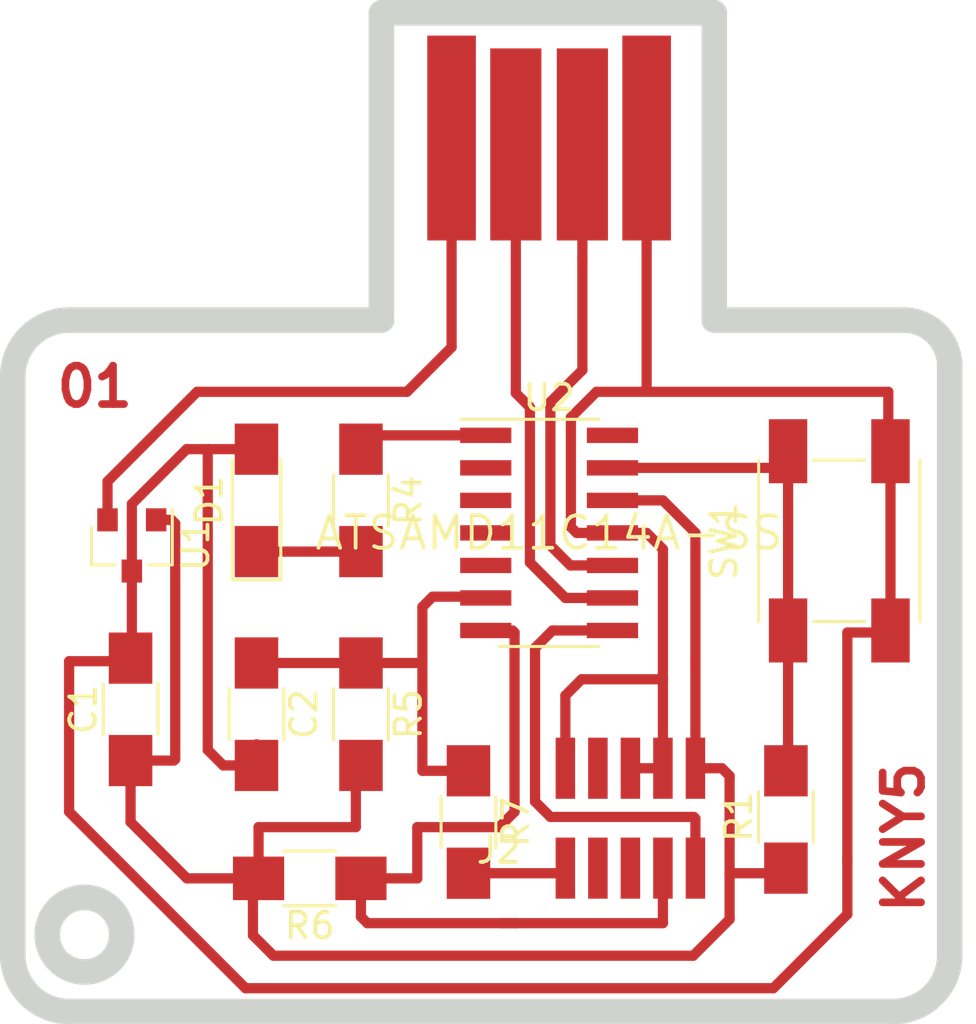
<source format=kicad_pcb>
(kicad_pcb (version 20171130) (host pcbnew 5.1.9-1.fc33)

  (general
    (thickness 1.6)
    (drawings 15)
    (tracks 141)
    (zones 0)
    (modules 13)
    (nets 21)
  )

  (page A4)
  (layers
    (0 F.Cu signal)
    (31 B.Cu signal)
    (32 B.Adhes user)
    (33 F.Adhes user)
    (34 B.Paste user)
    (35 F.Paste user)
    (36 B.SilkS user)
    (37 F.SilkS user)
    (38 B.Mask user)
    (39 F.Mask user)
    (40 Dwgs.User user)
    (41 Cmts.User user)
    (42 Eco1.User user)
    (43 Eco2.User user)
    (44 Edge.Cuts user)
    (45 Margin user)
    (46 B.CrtYd user)
    (47 F.CrtYd user)
    (48 B.Fab user)
    (49 F.Fab user)
  )

  (setup
    (last_trace_width 1)
    (user_trace_width 0.2)
    (user_trace_width 1)
    (trace_clearance 0.2)
    (zone_clearance 0.508)
    (zone_45_only no)
    (trace_min 0.2)
    (via_size 0.8)
    (via_drill 0.4)
    (via_min_size 0.4)
    (via_min_drill 0.3)
    (uvia_size 0.3)
    (uvia_drill 0.1)
    (uvias_allowed no)
    (uvia_min_size 0.2)
    (uvia_min_drill 0.1)
    (edge_width 0.05)
    (segment_width 0.2)
    (pcb_text_width 0.3)
    (pcb_text_size 1.5 1.5)
    (mod_edge_width 0.12)
    (mod_text_size 1 1)
    (mod_text_width 0.15)
    (pad_size 2 1.7)
    (pad_drill 0)
    (pad_to_mask_clearance 0)
    (aux_axis_origin 0 0)
    (visible_elements FFFFFF7F)
    (pcbplotparams
      (layerselection 0x010fc_ffffffff)
      (usegerberextensions false)
      (usegerberattributes true)
      (usegerberadvancedattributes true)
      (creategerberjobfile true)
      (excludeedgelayer true)
      (linewidth 0.100000)
      (plotframeref false)
      (viasonmask false)
      (mode 1)
      (useauxorigin false)
      (hpglpennumber 1)
      (hpglpenspeed 20)
      (hpglpendiameter 15.000000)
      (psnegative false)
      (psa4output false)
      (plotreference true)
      (plotvalue true)
      (plotinvisibletext false)
      (padsonsilk false)
      (subtractmaskfromsilk false)
      (outputformat 1)
      (mirror false)
      (drillshape 1)
      (scaleselection 1)
      (outputdirectory ""))
  )

  (net 0 "")
  (net 1 GND)
  (net 2 V3.3)
  (net 3 RESET)
  (net 4 VCC)
  (net 5 "Net-(D1-Pad1)")
  (net 6 D-)
  (net 7 D+)
  (net 8 "Net-(J2-Pad8)")
  (net 9 "Net-(J2-Pad7)")
  (net 10 "Net-(J2-Pad6)")
  (net 11 CLK)
  (net 12 DIO)
  (net 13 "Net-(R1-Pad2)")
  (net 14 "Net-(R4-Pad1)")
  (net 15 "Net-(U2-Pad2)")
  (net 16 "Net-(U2-Pad3)")
  (net 17 "Net-(U2-Pad4)")
  (net 18 "Net-(U2-Pad5)")
  (net 19 "Net-(U2-Pad14)")
  (net 20 "Net-(J2-Pad10)")

  (net_class Default "This is the default net class."
    (clearance 0.2)
    (trace_width 0.4)
    (via_dia 0.8)
    (via_drill 0.4)
    (uvia_dia 0.3)
    (uvia_drill 0.1)
    (add_net CLK)
    (add_net D+)
    (add_net D-)
    (add_net DIO)
    (add_net GND)
    (add_net "Net-(D1-Pad1)")
    (add_net "Net-(J2-Pad10)")
    (add_net "Net-(J2-Pad6)")
    (add_net "Net-(J2-Pad7)")
    (add_net "Net-(J2-Pad8)")
    (add_net "Net-(R1-Pad2)")
    (add_net "Net-(R4-Pad1)")
    (add_net "Net-(U2-Pad14)")
    (add_net "Net-(U2-Pad2)")
    (add_net "Net-(U2-Pad3)")
    (add_net "Net-(U2-Pad4)")
    (add_net "Net-(U2-Pad5)")
    (add_net RESET)
    (add_net V3.3)
    (add_net VCC)
  )

  (module fabacademy2021:R_1206 (layer F.Cu) (tedit 6042B950) (tstamp 60435081)
    (at 168 154.6 90)
    (descr "Resistor SMD 1206, hand soldering")
    (tags "resistor 1206")
    (path /604C8DB9)
    (attr smd)
    (fp_text reference R1 (at 0 -1.85 90) (layer F.SilkS)
      (effects (font (size 1 1) (thickness 0.15)))
    )
    (fp_text value "100 Ohms" (at 0 1.9 90) (layer F.Fab)
      (effects (font (size 1 1) (thickness 0.15)))
    )
    (fp_line (start 3.25 1.1) (end -3.25 1.1) (layer F.CrtYd) (width 0.05))
    (fp_line (start 3.25 1.1) (end 3.25 -1.11) (layer F.CrtYd) (width 0.05))
    (fp_line (start -3.25 -1.11) (end -3.25 1.1) (layer F.CrtYd) (width 0.05))
    (fp_line (start -3.25 -1.11) (end 3.25 -1.11) (layer F.CrtYd) (width 0.05))
    (fp_line (start -1 -1.07) (end 1 -1.07) (layer F.SilkS) (width 0.12))
    (fp_line (start 1 1.07) (end -1 1.07) (layer F.SilkS) (width 0.12))
    (fp_line (start -1.6 -0.8) (end 1.6 -0.8) (layer F.Fab) (width 0.1))
    (fp_line (start 1.6 -0.8) (end 1.6 0.8) (layer F.Fab) (width 0.1))
    (fp_line (start 1.6 0.8) (end -1.6 0.8) (layer F.Fab) (width 0.1))
    (fp_line (start -1.6 0.8) (end -1.6 -0.8) (layer F.Fab) (width 0.1))
    (fp_text user %R (at 0 0 90) (layer F.Fab)
      (effects (font (size 0.7 0.7) (thickness 0.105)))
    )
    (pad 1 smd rect (at -2 0 90) (size 2 1.7) (layers F.Cu F.Paste F.Mask)
      (net 2 V3.3))
    (pad 2 smd rect (at 1.8 0 90) (size 2 1.7) (layers F.Cu F.Paste F.Mask)
      (net 13 "Net-(R1-Pad2)"))
    (model ${FAB}/fab.3dshapes/R_1206.step
      (at (xyz 0 0 0))
      (scale (xyz 1 1 1))
      (rotate (xyz 0 0 0))
    )
  )

  (module fabacademy2021:SOT-23 (layer F.Cu) (tedit 58CE4E7E) (tstamp 604350DF)
    (at 142.45 144 270)
    (descr "SOT-23, Standard")
    (tags SOT-23)
    (path /60435613)
    (attr smd)
    (fp_text reference U1 (at 0 -2.5 90) (layer F.SilkS)
      (effects (font (size 1 1) (thickness 0.15)))
    )
    (fp_text value Regulator_Linear_LM3480-3.3V-100mA (at 0 2.5 90) (layer F.Fab)
      (effects (font (size 1 1) (thickness 0.15)))
    )
    (fp_line (start -0.7 -0.95) (end -0.7 1.5) (layer F.Fab) (width 0.1))
    (fp_line (start -0.15 -1.52) (end 0.7 -1.52) (layer F.Fab) (width 0.1))
    (fp_line (start -0.7 -0.95) (end -0.15 -1.52) (layer F.Fab) (width 0.1))
    (fp_line (start 0.7 -1.52) (end 0.7 1.52) (layer F.Fab) (width 0.1))
    (fp_line (start -0.7 1.52) (end 0.7 1.52) (layer F.Fab) (width 0.1))
    (fp_line (start 0.76 1.58) (end 0.76 0.65) (layer F.SilkS) (width 0.12))
    (fp_line (start 0.76 -1.58) (end 0.76 -0.65) (layer F.SilkS) (width 0.12))
    (fp_line (start -1.7 -1.75) (end 1.7 -1.75) (layer F.CrtYd) (width 0.05))
    (fp_line (start 1.7 -1.75) (end 1.7 1.75) (layer F.CrtYd) (width 0.05))
    (fp_line (start 1.7 1.75) (end -1.7 1.75) (layer F.CrtYd) (width 0.05))
    (fp_line (start -1.7 1.75) (end -1.7 -1.75) (layer F.CrtYd) (width 0.05))
    (fp_line (start 0.76 -1.58) (end -1.4 -1.58) (layer F.SilkS) (width 0.12))
    (fp_line (start 0.76 1.58) (end -0.7 1.58) (layer F.SilkS) (width 0.12))
    (fp_text user %R (at 0 0) (layer F.Fab)
      (effects (font (size 0.5 0.5) (thickness 0.075)))
    )
    (pad 3 smd rect (at 1 0 270) (size 0.9 0.8) (layers F.Cu F.Paste F.Mask)
      (net 1 GND))
    (pad 2 smd rect (at -1 0.95 270) (size 0.9 0.8) (layers F.Cu F.Paste F.Mask)
      (net 4 VCC))
    (pad 1 smd rect (at -1 -0.95 270) (size 0.9 0.8) (layers F.Cu F.Paste F.Mask)
      (net 2 V3.3))
    (model ${KISYS3DMOD}/TO_SOT_Packages_SMD.3dshapes/SOT-23.wrl
      (at (xyz 0 0 0))
      (scale (xyz 1 1 1))
      (rotate (xyz 0 0 0))
    )
  )

  (module antonio_lib:fab-USB_A_male_plug (layer F.Cu) (tedit 60428057) (tstamp 60435062)
    (at 158.75 123.19 180)
    (path /6043CF71)
    (attr virtual)
    (fp_text reference J1 (at 0.13 -7.85) (layer F.SilkS) hide
      (effects (font (size 1.5 1.5) (thickness 0.15)))
    )
    (fp_text value USB_A_PLUG (at 0.29 -10.13) (layer F.SilkS) hide
      (effects (font (size 1.5 1.5) (thickness 0.15)))
    )
    (fp_line (start 6.03 0) (end 6.03 -12) (layer Dwgs.User) (width 0.15))
    (fp_line (start 6.03 0) (end -6.03 0) (layer Dwgs.User) (width 0.15))
    (fp_line (start -6.03 0) (end -6.03 -12) (layer Dwgs.User) (width 0.15))
    (pad 1 connect rect (at 3.81 -4.9 180) (size 1.9 8) (layers F.Cu F.Mask)
      (net 4 VCC))
    (pad 4 connect rect (at -3.81 -4.9 180) (size 1.9 8) (layers F.Cu F.Mask)
      (net 1 GND))
    (pad 3 connect rect (at -1.3 -5.15 180) (size 2 7.5) (layers F.Cu F.Mask)
      (net 7 D+))
    (pad 2 connect rect (at 1.3 -5.15 180) (size 2 7.5) (layers F.Cu F.Mask)
      (net 6 D-))
  )

  (module fabacademy2021:C_1206 (layer F.Cu) (tedit 6002C54C) (tstamp 60435031)
    (at 142.4 150.4 90)
    (descr "Capacitor SMD 1206, hand soldering")
    (tags "capacitor 1206")
    (path /6047DEC7)
    (attr smd)
    (fp_text reference C1 (at 0 -1.85 90) (layer F.SilkS)
      (effects (font (size 1 1) (thickness 0.15)))
    )
    (fp_text value 1uF (at 0 1.9 90) (layer F.Fab)
      (effects (font (size 1 1) (thickness 0.15)))
    )
    (fp_line (start -1.6 0.8) (end -1.6 -0.8) (layer F.Fab) (width 0.1))
    (fp_line (start 1.6 0.8) (end -1.6 0.8) (layer F.Fab) (width 0.1))
    (fp_line (start 1.6 -0.8) (end 1.6 0.8) (layer F.Fab) (width 0.1))
    (fp_line (start -1.6 -0.8) (end 1.6 -0.8) (layer F.Fab) (width 0.1))
    (fp_line (start 1 1.07) (end -1 1.07) (layer F.SilkS) (width 0.12))
    (fp_line (start -1 -1.07) (end 1 -1.07) (layer F.SilkS) (width 0.12))
    (fp_line (start -3.25 -1.11) (end 3.25 -1.11) (layer F.CrtYd) (width 0.05))
    (fp_line (start -3.25 -1.11) (end -3.25 1.1) (layer F.CrtYd) (width 0.05))
    (fp_line (start 3.25 1.1) (end 3.25 -1.11) (layer F.CrtYd) (width 0.05))
    (fp_line (start 3.25 1.1) (end -3.25 1.1) (layer F.CrtYd) (width 0.05))
    (fp_text user %R (at 0 0 90) (layer F.Fab)
      (effects (font (size 0.7 0.7) (thickness 0.105)))
    )
    (pad 2 smd rect (at 2 0 90) (size 2 1.7) (layers F.Cu F.Paste F.Mask)
      (net 1 GND))
    (pad 1 smd rect (at -2 0 90) (size 2 1.7) (layers F.Cu F.Paste F.Mask)
      (net 2 V3.3))
    (model ${FAB}/fab.3dshapes/C_1206.step
      (at (xyz 0 0 0))
      (scale (xyz 1 1 1))
      (rotate (xyz 0 0 0))
    )
  )

  (module fabacademy2021:C_1206 (layer F.Cu) (tedit 6002C54C) (tstamp 60435042)
    (at 147.32 150.59 270)
    (descr "Capacitor SMD 1206, hand soldering")
    (tags "capacitor 1206")
    (path /60493CDD)
    (attr smd)
    (fp_text reference C2 (at 0 -1.85 90) (layer F.SilkS)
      (effects (font (size 1 1) (thickness 0.15)))
    )
    (fp_text value "1 uF" (at 0 1.9 90) (layer F.Fab)
      (effects (font (size 1 1) (thickness 0.15)))
    )
    (fp_line (start 3.25 1.1) (end -3.25 1.1) (layer F.CrtYd) (width 0.05))
    (fp_line (start 3.25 1.1) (end 3.25 -1.11) (layer F.CrtYd) (width 0.05))
    (fp_line (start -3.25 -1.11) (end -3.25 1.1) (layer F.CrtYd) (width 0.05))
    (fp_line (start -3.25 -1.11) (end 3.25 -1.11) (layer F.CrtYd) (width 0.05))
    (fp_line (start -1 -1.07) (end 1 -1.07) (layer F.SilkS) (width 0.12))
    (fp_line (start 1 1.07) (end -1 1.07) (layer F.SilkS) (width 0.12))
    (fp_line (start -1.6 -0.8) (end 1.6 -0.8) (layer F.Fab) (width 0.1))
    (fp_line (start 1.6 -0.8) (end 1.6 0.8) (layer F.Fab) (width 0.1))
    (fp_line (start 1.6 0.8) (end -1.6 0.8) (layer F.Fab) (width 0.1))
    (fp_line (start -1.6 0.8) (end -1.6 -0.8) (layer F.Fab) (width 0.1))
    (fp_text user %R (at 0 0 90) (layer F.Fab)
      (effects (font (size 0.7 0.7) (thickness 0.105)))
    )
    (pad 1 smd rect (at -2 0 270) (size 2 1.7) (layers F.Cu F.Paste F.Mask)
      (net 3 RESET))
    (pad 2 smd rect (at 2 0 270) (size 2 1.7) (layers F.Cu F.Paste F.Mask)
      (net 1 GND))
    (model ${FAB}/fab.3dshapes/C_1206.step
      (at (xyz 0 0 0))
      (scale (xyz 1 1 1))
      (rotate (xyz 0 0 0))
    )
  )

  (module fabacademy2021:LED_1206 (layer F.Cu) (tedit 595FC724) (tstamp 60435057)
    (at 147.32 142.24 90)
    (descr "LED SMD 1206, hand soldering")
    (tags "LED 1206")
    (path /604B111C)
    (attr smd)
    (fp_text reference D1 (at 0 -1.85 90) (layer F.SilkS)
      (effects (font (size 1 1) (thickness 0.15)))
    )
    (fp_text value LED (at 0 1.9 90) (layer F.Fab)
      (effects (font (size 1 1) (thickness 0.15)))
    )
    (fp_line (start 3.25 1.1) (end -3.25 1.1) (layer F.CrtYd) (width 0.05))
    (fp_line (start 3.25 1.1) (end 3.25 -1.11) (layer F.CrtYd) (width 0.05))
    (fp_line (start -3.25 -1.11) (end -3.25 1.1) (layer F.CrtYd) (width 0.05))
    (fp_line (start -3.25 -1.11) (end 3.25 -1.11) (layer F.CrtYd) (width 0.05))
    (fp_line (start -3.1 -0.95) (end 1.6 -0.95) (layer F.SilkS) (width 0.12))
    (fp_line (start -3.1 0.95) (end 1.6 0.95) (layer F.SilkS) (width 0.12))
    (fp_line (start -1.6 -0.8) (end 1.6 -0.8) (layer F.Fab) (width 0.1))
    (fp_line (start 1.6 -0.8) (end 1.6 0.8) (layer F.Fab) (width 0.1))
    (fp_line (start 1.6 0.8) (end -1.6 0.8) (layer F.Fab) (width 0.1))
    (fp_line (start -1.6 0.8) (end -1.6 -0.8) (layer F.Fab) (width 0.1))
    (fp_line (start -0.45 -0.4) (end -0.45 0.4) (layer F.Fab) (width 0.1))
    (fp_line (start 0.2 0.4) (end -0.4 0) (layer F.Fab) (width 0.1))
    (fp_line (start 0.2 -0.4) (end 0.2 0.4) (layer F.Fab) (width 0.1))
    (fp_line (start -0.4 0) (end 0.2 -0.4) (layer F.Fab) (width 0.1))
    (fp_line (start -3.1 -0.95) (end -3.1 0.95) (layer F.SilkS) (width 0.12))
    (pad 2 smd rect (at 2 0 90) (size 2 1.7) (layers F.Cu F.Paste F.Mask)
      (net 1 GND))
    (pad 1 smd rect (at -2 0 90) (size 2 1.7) (layers F.Cu F.Paste F.Mask)
      (net 5 "Net-(D1-Pad1)"))
    (model ${KISYS3DMOD}/LEDs.3dshapes/LED_1206.wrl
      (at (xyz 0 0 0))
      (scale (xyz 1 1 1))
      (rotate (xyz 0 0 180))
    )
  )

  (module antonio_lib:fab-SWD10pin127pitch.lib (layer F.Cu) (tedit 5E7CD963) (tstamp 60435070)
    (at 159.385 156.599999 180)
    (path /6053D0D1)
    (fp_text reference J2 (at 2.6 0.7) (layer F.SilkS)
      (effects (font (size 1 1) (thickness 0.15)))
    )
    (fp_text value Conn_ARM_JTAG_SWD_10 (at -2.54 1.95) (layer F.SilkS) hide
      (effects (font (size 1 1) (thickness 0.15)))
    )
    (pad 10 smd rect (at 0 -0.000001 180) (size 0.762 2.3876) (layers F.Cu F.Paste F.Mask)
      (net 20 "Net-(J2-Pad10)"))
    (pad 9 smd rect (at 0 3.900001 180) (size 0.762 2.3876) (layers F.Cu F.Paste F.Mask)
      (net 1 GND))
    (pad 8 smd rect (at -1.27 -0.000001 180) (size 0.762 2.3876) (layers F.Cu F.Paste F.Mask)
      (net 8 "Net-(J2-Pad8)"))
    (pad 7 smd rect (at -1.27 3.900001 180) (size 0.762 2.3876) (layers F.Cu F.Paste F.Mask)
      (net 9 "Net-(J2-Pad7)"))
    (pad 6 smd rect (at -2.54 -0.000001 180) (size 0.762 2.3876) (layers F.Cu F.Paste F.Mask)
      (net 10 "Net-(J2-Pad6)"))
    (pad 5 smd rect (at -2.54 3.900001 180) (size 0.762 2.3876) (layers F.Cu F.Paste F.Mask)
      (net 1 GND))
    (pad 4 smd rect (at -3.81 -0.000001 180) (size 0.762 2.3876) (layers F.Cu F.Paste F.Mask)
      (net 11 CLK))
    (pad 3 smd rect (at -3.81 3.900001 180) (size 0.762 2.3876) (layers F.Cu F.Paste F.Mask)
      (net 1 GND))
    (pad 2 smd rect (at -5.08 -0.000001 180) (size 0.762 2.3876) (layers F.Cu F.Paste F.Mask)
      (net 12 DIO))
    (pad 1 smd rect (at -5.08 3.900001 180) (size 0.762 2.3876) (layers F.Cu F.Paste F.Mask)
      (net 2 V3.3))
  )

  (module fabacademy2021:R_1206 (layer F.Cu) (tedit 60020482) (tstamp 60435092)
    (at 151.4 142.24 270)
    (descr "Resistor SMD 1206, hand soldering")
    (tags "resistor 1206")
    (path /6041205D)
    (attr smd)
    (fp_text reference R4 (at 0 -1.85 90) (layer F.SilkS)
      (effects (font (size 1 1) (thickness 0.15)))
    )
    (fp_text value "100 Ohms" (at 0 1.9 90) (layer F.Fab)
      (effects (font (size 1 1) (thickness 0.15)))
    )
    (fp_line (start -1.6 0.8) (end -1.6 -0.8) (layer F.Fab) (width 0.1))
    (fp_line (start 1.6 0.8) (end -1.6 0.8) (layer F.Fab) (width 0.1))
    (fp_line (start 1.6 -0.8) (end 1.6 0.8) (layer F.Fab) (width 0.1))
    (fp_line (start -1.6 -0.8) (end 1.6 -0.8) (layer F.Fab) (width 0.1))
    (fp_line (start 1 1.07) (end -1 1.07) (layer F.SilkS) (width 0.12))
    (fp_line (start -1 -1.07) (end 1 -1.07) (layer F.SilkS) (width 0.12))
    (fp_line (start -3.25 -1.11) (end 3.25 -1.11) (layer F.CrtYd) (width 0.05))
    (fp_line (start -3.25 -1.11) (end -3.25 1.1) (layer F.CrtYd) (width 0.05))
    (fp_line (start 3.25 1.1) (end 3.25 -1.11) (layer F.CrtYd) (width 0.05))
    (fp_line (start 3.25 1.1) (end -3.25 1.1) (layer F.CrtYd) (width 0.05))
    (fp_text user %R (at 0 0 90) (layer F.Fab)
      (effects (font (size 0.7 0.7) (thickness 0.105)))
    )
    (pad 2 smd rect (at 2 0 270) (size 2 1.7) (layers F.Cu F.Paste F.Mask)
      (net 5 "Net-(D1-Pad1)"))
    (pad 1 smd rect (at -2 0 270) (size 2 1.7) (layers F.Cu F.Paste F.Mask)
      (net 14 "Net-(R4-Pad1)"))
    (model ${FAB}/fab.3dshapes/R_1206.step
      (at (xyz 0 0 0))
      (scale (xyz 1 1 1))
      (rotate (xyz 0 0 0))
    )
  )

  (module fabacademy2021:R_1206 (layer F.Cu) (tedit 60020482) (tstamp 604350A3)
    (at 151.4 150.59 270)
    (descr "Resistor SMD 1206, hand soldering")
    (tags "resistor 1206")
    (path /60492D52)
    (attr smd)
    (fp_text reference R5 (at 0 -1.85 90) (layer F.SilkS)
      (effects (font (size 1 1) (thickness 0.15)))
    )
    (fp_text value "10 KOhms" (at 0 1.9 90) (layer F.Fab)
      (effects (font (size 1 1) (thickness 0.15)))
    )
    (fp_line (start 3.25 1.1) (end -3.25 1.1) (layer F.CrtYd) (width 0.05))
    (fp_line (start 3.25 1.1) (end 3.25 -1.11) (layer F.CrtYd) (width 0.05))
    (fp_line (start -3.25 -1.11) (end -3.25 1.1) (layer F.CrtYd) (width 0.05))
    (fp_line (start -3.25 -1.11) (end 3.25 -1.11) (layer F.CrtYd) (width 0.05))
    (fp_line (start -1 -1.07) (end 1 -1.07) (layer F.SilkS) (width 0.12))
    (fp_line (start 1 1.07) (end -1 1.07) (layer F.SilkS) (width 0.12))
    (fp_line (start -1.6 -0.8) (end 1.6 -0.8) (layer F.Fab) (width 0.1))
    (fp_line (start 1.6 -0.8) (end 1.6 0.8) (layer F.Fab) (width 0.1))
    (fp_line (start 1.6 0.8) (end -1.6 0.8) (layer F.Fab) (width 0.1))
    (fp_line (start -1.6 0.8) (end -1.6 -0.8) (layer F.Fab) (width 0.1))
    (fp_text user %R (at 0 0 90) (layer F.Fab)
      (effects (font (size 0.7 0.7) (thickness 0.105)))
    )
    (pad 1 smd rect (at -2 0 270) (size 2 1.7) (layers F.Cu F.Paste F.Mask)
      (net 3 RESET))
    (pad 2 smd rect (at 2 0 270) (size 2 1.7) (layers F.Cu F.Paste F.Mask)
      (net 2 V3.3))
    (model ${FAB}/fab.3dshapes/R_1206.step
      (at (xyz 0 0 0))
      (scale (xyz 1 1 1))
      (rotate (xyz 0 0 0))
    )
  )

  (module fabacademy2021:R_1206 (layer F.Cu) (tedit 60020482) (tstamp 604350B4)
    (at 149.4 157 180)
    (descr "Resistor SMD 1206, hand soldering")
    (tags "resistor 1206")
    (path /604AB00A)
    (attr smd)
    (fp_text reference R6 (at 0 -1.85) (layer F.SilkS)
      (effects (font (size 1 1) (thickness 0.15)))
    )
    (fp_text value "10 KOhms" (at 0 1.9) (layer F.Fab)
      (effects (font (size 1 1) (thickness 0.15)))
    )
    (fp_line (start 3.25 1.1) (end -3.25 1.1) (layer F.CrtYd) (width 0.05))
    (fp_line (start 3.25 1.1) (end 3.25 -1.11) (layer F.CrtYd) (width 0.05))
    (fp_line (start -3.25 -1.11) (end -3.25 1.1) (layer F.CrtYd) (width 0.05))
    (fp_line (start -3.25 -1.11) (end 3.25 -1.11) (layer F.CrtYd) (width 0.05))
    (fp_line (start -1 -1.07) (end 1 -1.07) (layer F.SilkS) (width 0.12))
    (fp_line (start 1 1.07) (end -1 1.07) (layer F.SilkS) (width 0.12))
    (fp_line (start -1.6 -0.8) (end 1.6 -0.8) (layer F.Fab) (width 0.1))
    (fp_line (start 1.6 -0.8) (end 1.6 0.8) (layer F.Fab) (width 0.1))
    (fp_line (start 1.6 0.8) (end -1.6 0.8) (layer F.Fab) (width 0.1))
    (fp_line (start -1.6 0.8) (end -1.6 -0.8) (layer F.Fab) (width 0.1))
    (fp_text user %R (at 0 0) (layer F.Fab)
      (effects (font (size 0.7 0.7) (thickness 0.105)))
    )
    (pad 1 smd rect (at -2 0 180) (size 2 1.7) (layers F.Cu F.Paste F.Mask)
      (net 11 CLK))
    (pad 2 smd rect (at 2 0 180) (size 2 1.7) (layers F.Cu F.Paste F.Mask)
      (net 2 V3.3))
    (model ${FAB}/fab.3dshapes/R_1206.step
      (at (xyz 0 0 0))
      (scale (xyz 1 1 1))
      (rotate (xyz 0 0 0))
    )
  )

  (module fabacademy2021:Button_Omron_B3SN_6x6mm (layer F.Cu) (tedit 5EC65B05) (tstamp 604350CA)
    (at 170.085 143.82 90)
    (descr "Surface Mount Tactile Switch for High-Density Packaging")
    (tags "Tactile Switch")
    (path /604AB35A)
    (attr smd)
    (fp_text reference SW1 (at 0 -4.5 90) (layer F.SilkS)
      (effects (font (size 1 1) (thickness 0.15)))
    )
    (fp_text value BUTTON_B3SN (at 0 4.5 90) (layer F.Fab)
      (effects (font (size 1 1) (thickness 0.15)))
    )
    (fp_line (start -3 3) (end -3 -3) (layer F.Fab) (width 0.1))
    (fp_line (start 3 3) (end -3 3) (layer F.Fab) (width 0.1))
    (fp_line (start 3 -3) (end 3 3) (layer F.Fab) (width 0.1))
    (fp_line (start -3 -3) (end 3 -3) (layer F.Fab) (width 0.1))
    (fp_circle (center 0 0) (end 1.65 0) (layer F.Fab) (width 0.1))
    (fp_line (start 3.15 -1) (end 3.15 1) (layer F.SilkS) (width 0.12))
    (fp_line (start 3.15 3.15) (end -3.15 3.15) (layer F.SilkS) (width 0.12))
    (fp_line (start -3.15 1) (end -3.15 -1) (layer F.SilkS) (width 0.12))
    (fp_line (start -3.15 -3.15) (end 3.15 -3.15) (layer F.SilkS) (width 0.12))
    (fp_line (start -5 -3.7) (end -5 3.7) (layer F.CrtYd) (width 0.05))
    (fp_line (start 5 -3.7) (end -5 -3.7) (layer F.CrtYd) (width 0.05))
    (fp_line (start 5 3.7) (end 5 -3.7) (layer F.CrtYd) (width 0.05))
    (fp_line (start -5 3.7) (end 5 3.7) (layer F.CrtYd) (width 0.05))
    (fp_text user %R (at 0 -4.5 90) (layer F.Fab)
      (effects (font (size 1 1) (thickness 0.15)))
    )
    (pad 2 smd rect (at 3.5 2 90) (size 2.5 1.5) (layers F.Cu F.Paste F.Mask)
      (net 1 GND))
    (pad 2 smd rect (at -3.5 2 90) (size 2.5 1.5) (layers F.Cu F.Paste F.Mask)
      (net 1 GND))
    (pad 1 smd rect (at 3.5 -2 90) (size 2.5 1.5) (layers F.Cu F.Paste F.Mask)
      (net 13 "Net-(R1-Pad2)"))
    (pad 1 smd rect (at -3.5 -2 90) (size 2.5 1.5) (layers F.Cu F.Paste F.Mask)
      (net 13 "Net-(R1-Pad2)"))
    (model ${KISYS3DMOD}/Buttons_Switches_SMD.3dshapes/SW_SPST_B3S-1000.wrl
      (at (xyz 0 0 0))
      (scale (xyz 1 1 1))
      (rotate (xyz 0 0 0))
    )
  )

  (module fabacademy2021:SOIC-14_3.9x8.7mm_P1.27mm (layer F.Cu) (tedit 60030324) (tstamp 604350FF)
    (at 158.75 143.51)
    (descr "SOIC, 14 Pin, fab version")
    (tags "SOIC fab")
    (path /6040E4D3)
    (attr smd)
    (fp_text reference U2 (at 0 -5.28) (layer F.SilkS)
      (effects (font (size 1 1) (thickness 0.15)))
    )
    (fp_text value ATSAMD11C14A-SS (at 0 0) (layer F.SilkS)
      (effects (font (size 1.27 1.27) (thickness 0.15)))
    )
    (fp_line (start -1.95 -3.35) (end -0.975 -4.325) (layer F.Fab) (width 0.1))
    (fp_line (start -1.95 4.325) (end -1.95 -3.35) (layer F.Fab) (width 0.1))
    (fp_line (start 1.95 4.325) (end -1.95 4.325) (layer F.Fab) (width 0.1))
    (fp_line (start 1.95 -4.325) (end 1.95 4.325) (layer F.Fab) (width 0.1))
    (fp_line (start -0.975 -4.325) (end 1.95 -4.325) (layer F.Fab) (width 0.1))
    (fp_line (start 0 -4.435) (end -3.45 -4.435) (layer F.SilkS) (width 0.12))
    (fp_line (start 0 -4.435) (end 1.95 -4.435) (layer F.SilkS) (width 0.12))
    (fp_line (start 0 4.435) (end -1.95 4.435) (layer F.SilkS) (width 0.12))
    (fp_line (start 0 4.435) (end 1.95 4.435) (layer F.SilkS) (width 0.12))
    (fp_line (start -3.6 -4.5) (end 3.7 -4.5) (layer F.CrtYd) (width 0.05))
    (fp_line (start 3.7 -4.5) (end 3.7 4.5) (layer F.CrtYd) (width 0.05))
    (fp_line (start 3.7 4.5) (end -3.6 4.5) (layer F.CrtYd) (width 0.05))
    (fp_line (start -3.6 4.5) (end -3.6 -4.5) (layer F.CrtYd) (width 0.05))
    (fp_text user %R (at 0 0) (layer F.CrtYd)
      (effects (font (size 1 1) (thickness 0.15)))
    )
    (pad 1 smd rect (at -2.475 -3.81) (size 2 0.6) (layers F.Cu F.Paste F.Mask)
      (net 14 "Net-(R4-Pad1)"))
    (pad 2 smd rect (at -2.475 -2.54) (size 2 0.6) (layers F.Cu F.Paste F.Mask)
      (net 15 "Net-(U2-Pad2)"))
    (pad 3 smd rect (at -2.475 -1.27) (size 2 0.6) (layers F.Cu F.Paste F.Mask)
      (net 16 "Net-(U2-Pad3)"))
    (pad 4 smd rect (at -2.475 0) (size 2 0.6) (layers F.Cu F.Paste F.Mask)
      (net 17 "Net-(U2-Pad4)"))
    (pad 5 smd rect (at -2.475 1.27) (size 2 0.6) (layers F.Cu F.Paste F.Mask)
      (net 18 "Net-(U2-Pad5)"))
    (pad 6 smd rect (at -2.475 2.54) (size 2 0.6) (layers F.Cu F.Paste F.Mask)
      (net 3 RESET))
    (pad 7 smd rect (at -2.475 3.81) (size 2 0.6) (layers F.Cu F.Paste F.Mask)
      (net 11 CLK))
    (pad 8 smd rect (at 2.475 3.81) (size 2 0.6) (layers F.Cu F.Paste F.Mask)
      (net 12 DIO))
    (pad 9 smd rect (at 2.475 2.54) (size 2 0.6) (layers F.Cu F.Paste F.Mask)
      (net 6 D-))
    (pad 10 smd rect (at 2.475 1.27) (size 2 0.6) (layers F.Cu F.Paste F.Mask)
      (net 7 D+))
    (pad 11 smd rect (at 2.475 0) (size 2 0.6) (layers F.Cu F.Paste F.Mask)
      (net 1 GND))
    (pad 12 smd rect (at 2.475 -1.27) (size 2 0.6) (layers F.Cu F.Paste F.Mask)
      (net 2 V3.3))
    (pad 13 smd rect (at 2.475 -2.54) (size 2 0.6) (layers F.Cu F.Paste F.Mask)
      (net 13 "Net-(R1-Pad2)"))
    (pad 14 smd rect (at 2.475 -3.81) (size 2 0.6) (layers F.Cu F.Paste F.Mask)
      (net 19 "Net-(U2-Pad14)"))
    (model ${FAB}/fab.3dshapes/SOIC-14_3.9x8.7mm_P1.27mm.step
      (at (xyz 0 0 0))
      (scale (xyz 1 1 1))
      (rotate (xyz 0 0 0))
    )
  )

  (module fabacademy2021:R_1206 (layer F.Cu) (tedit 60020482) (tstamp 60438785)
    (at 155.6 154.8 270)
    (descr "Resistor SMD 1206, hand soldering")
    (tags "resistor 1206")
    (path /60542741)
    (attr smd)
    (fp_text reference R7 (at 0 -1.85 90) (layer F.SilkS)
      (effects (font (size 1 1) (thickness 0.15)))
    )
    (fp_text value "0 Ohms" (at 0 1.9 90) (layer F.Fab)
      (effects (font (size 1 1) (thickness 0.15)))
    )
    (fp_line (start -1.6 0.8) (end -1.6 -0.8) (layer F.Fab) (width 0.1))
    (fp_line (start 1.6 0.8) (end -1.6 0.8) (layer F.Fab) (width 0.1))
    (fp_line (start 1.6 -0.8) (end 1.6 0.8) (layer F.Fab) (width 0.1))
    (fp_line (start -1.6 -0.8) (end 1.6 -0.8) (layer F.Fab) (width 0.1))
    (fp_line (start 1 1.07) (end -1 1.07) (layer F.SilkS) (width 0.12))
    (fp_line (start -1 -1.07) (end 1 -1.07) (layer F.SilkS) (width 0.12))
    (fp_line (start -3.25 -1.11) (end 3.25 -1.11) (layer F.CrtYd) (width 0.05))
    (fp_line (start -3.25 -1.11) (end -3.25 1.1) (layer F.CrtYd) (width 0.05))
    (fp_line (start 3.25 1.1) (end 3.25 -1.11) (layer F.CrtYd) (width 0.05))
    (fp_line (start 3.25 1.1) (end -3.25 1.1) (layer F.CrtYd) (width 0.05))
    (fp_text user %R (at 0 0 90) (layer F.Fab)
      (effects (font (size 0.7 0.7) (thickness 0.105)))
    )
    (pad 2 smd rect (at 2 0 270) (size 2 1.7) (layers F.Cu F.Paste F.Mask)
      (net 20 "Net-(J2-Pad10)"))
    (pad 1 smd rect (at -2 0 270) (size 2 1.7) (layers F.Cu F.Paste F.Mask)
      (net 3 RESET))
    (model ${FAB}/fab.3dshapes/R_1206.step
      (at (xyz 0 0 0))
      (scale (xyz 1 1 1))
      (rotate (xyz 0 0 0))
    )
  )

  (gr_circle (center 140.6 159.2) (end 142.056022 159.2) (layer Edge.Cuts) (width 1))
  (gr_arc (start 172.6 137) (end 174.4 137) (angle -90) (layer Edge.Cuts) (width 1))
  (gr_line (start 165.2 135.2) (end 172.6 135.2) (layer Edge.Cuts) (width 1))
  (gr_line (start 174.4 160) (end 174.4 137) (layer Edge.Cuts) (width 1))
  (gr_arc (start 172.2 160) (end 172.2 162.2) (angle -90) (layer Edge.Cuts) (width 1))
  (gr_line (start 140 162.2) (end 172.2 162.2) (layer Edge.Cuts) (width 1))
  (gr_arc (start 140 160) (end 137.8 160) (angle -90) (layer Edge.Cuts) (width 1))
  (gr_line (start 137.8 137.4) (end 137.8 160) (layer Edge.Cuts) (width 1))
  (gr_arc (start 140 137.4) (end 140 135.2) (angle -90) (layer Edge.Cuts) (width 1))
  (gr_line (start 152.2 135.2) (end 140 135.2) (layer Edge.Cuts) (width 1))
  (gr_line (start 152.2 123.2) (end 152.2 135.2) (layer Edge.Cuts) (width 1))
  (gr_line (start 165.2 123.2) (end 152.2 123.2) (layer Edge.Cuts) (width 1))
  (gr_line (start 165.2 135.2) (end 165.2 123.2) (layer Edge.Cuts) (width 1))
  (gr_text 01 (at 141 137.8) (layer F.Cu)
    (effects (font (size 1.5 1.5) (thickness 0.3)))
  )
  (gr_text KNY5 (at 172.6 155.4 90) (layer F.Cu)
    (effects (font (size 1.5 1.5) (thickness 0.3)))
  )

  (segment (start 147.765 153.035) (end 147.32 152.59) (width 0.4) (layer F.Cu) (net 1))
  (segment (start 147.32 152.59) (end 147.32 151.765) (width 0.4) (layer F.Cu) (net 1))
  (segment (start 172.085 140.32) (end 172.085 147.32) (width 0.4) (layer F.Cu) (net 1))
  (segment (start 162.56 137.96) (end 162.59 137.99) (width 0.4) (layer F.Cu) (net 1))
  (segment (start 162.56 128.09) (end 162.56 137.96) (width 0.4) (layer F.Cu) (net 1))
  (segment (start 163.195 152.699998) (end 161.925 152.699998) (width 0.4) (layer F.Cu) (net 1))
  (segment (start 159.385 149.86) (end 159.385 152.699998) (width 0.4) (layer F.Cu) (net 1))
  (segment (start 163.195 144.145) (end 163.195 149.225) (width 0.4) (layer F.Cu) (net 1))
  (segment (start 163.195 149.225) (end 160.02 149.225) (width 0.4) (layer F.Cu) (net 1))
  (segment (start 162.56 143.51) (end 163.195 144.145) (width 0.4) (layer F.Cu) (net 1))
  (segment (start 160.02 149.225) (end 159.385 149.86) (width 0.4) (layer F.Cu) (net 1))
  (segment (start 161.225 143.51) (end 162.56 143.51) (width 0.4) (layer F.Cu) (net 1))
  (segment (start 163.195 149.225) (end 163.195 152.699998) (width 0.4) (layer F.Cu) (net 1))
  (segment (start 170.4 158.4) (end 170.4 156.2) (width 0.4) (layer F.Cu) (net 1))
  (segment (start 167.51 161.29) (end 170.4 158.4) (width 0.4) (layer F.Cu) (net 1))
  (segment (start 170.4 156.4) (end 170.4 156.2) (width 0.4) (layer F.Cu) (net 1))
  (segment (start 140 154.4) (end 146.89 161.29) (width 0.4) (layer F.Cu) (net 1))
  (segment (start 140 148.52) (end 140 154.4) (width 0.4) (layer F.Cu) (net 1))
  (segment (start 146.89 161.29) (end 167.51 161.29) (width 0.4) (layer F.Cu) (net 1))
  (segment (start 142.28 148.52) (end 142.4 148.4) (width 0.4) (layer F.Cu) (net 1))
  (segment (start 140 148.52) (end 142.28 148.52) (width 0.4) (layer F.Cu) (net 1))
  (segment (start 142.45 148.35) (end 142.4 148.4) (width 0.4) (layer F.Cu) (net 1))
  (segment (start 142.45 145) (end 142.45 148.35) (width 0.4) (layer F.Cu) (net 1))
  (segment (start 146.02 152.59) (end 147.32 152.59) (width 0.4) (layer F.Cu) (net 1))
  (segment (start 145.415 151.985) (end 146.02 152.59) (width 0.4) (layer F.Cu) (net 1))
  (segment (start 172.005 147.4) (end 172.085 147.32) (width 0.4) (layer F.Cu) (net 1))
  (segment (start 170.4 147.4) (end 172.005 147.4) (width 0.4) (layer F.Cu) (net 1))
  (segment (start 170.4 156.2) (end 170.4 147.4) (width 0.4) (layer F.Cu) (net 1))
  (segment (start 159.825 143.51) (end 161.225 143.51) (width 0.4) (layer F.Cu) (net 1))
  (segment (start 159.6 143.285) (end 159.825 143.51) (width 0.4) (layer F.Cu) (net 1))
  (segment (start 159.6 139) (end 159.6 143.285) (width 0.4) (layer F.Cu) (net 1))
  (segment (start 160.6 138) (end 159.6 139) (width 0.4) (layer F.Cu) (net 1))
  (segment (start 172 138) (end 160.6 138) (width 0.4) (layer F.Cu) (net 1))
  (segment (start 172 140.235) (end 172 138) (width 0.4) (layer F.Cu) (net 1))
  (segment (start 172.085 140.32) (end 172 140.235) (width 0.4) (layer F.Cu) (net 1))
  (segment (start 147.28 140.2) (end 147.32 140.24) (width 0.4) (layer F.Cu) (net 1))
  (segment (start 142.45 142.379998) (end 142.45 145) (width 0.4) (layer F.Cu) (net 1))
  (segment (start 144.589998 140.24) (end 142.45 142.379998) (width 0.4) (layer F.Cu) (net 1))
  (segment (start 145.415 140.265) (end 145.44 140.24) (width 0.4) (layer F.Cu) (net 1))
  (segment (start 145.415 151.985) (end 145.415 140.265) (width 0.4) (layer F.Cu) (net 1))
  (segment (start 145.44 140.24) (end 147.32 140.24) (width 0.4) (layer F.Cu) (net 1))
  (segment (start 144.589998 140.24) (end 145.44 140.24) (width 0.4) (layer F.Cu) (net 1))
  (segment (start 147.13 157.48) (end 147.13 156.59) (width 0.4) (layer F.Cu) (net 2))
  (segment (start 163.195 142.24) (end 164.465 143.51) (width 0.4) (layer F.Cu) (net 2))
  (segment (start 161.225 142.24) (end 163.195 142.24) (width 0.4) (layer F.Cu) (net 2))
  (segment (start 164.465 143.51) (end 164.465 148.59) (width 0.4) (layer F.Cu) (net 2))
  (segment (start 151.13 152.59) (end 151.13 153.27) (width 0.4) (layer F.Cu) (net 2))
  (segment (start 147.4 157) (end 147.4 155) (width 0.4) (layer F.Cu) (net 2))
  (segment (start 147.4 155) (end 151.2 155) (width 0.4) (layer F.Cu) (net 2))
  (segment (start 151.2 152.66) (end 151.13 152.59) (width 0.4) (layer F.Cu) (net 2))
  (segment (start 164.465 148.59) (end 164.465 152.699998) (width 0.4) (layer F.Cu) (net 2))
  (segment (start 164.465 152.699998) (end 164.465 153.065) (width 0.4) (layer F.Cu) (net 2))
  (segment (start 151.2 152.79) (end 151.4 152.59) (width 0.4) (layer F.Cu) (net 2))
  (segment (start 151.2 155) (end 151.2 152.79) (width 0.4) (layer F.Cu) (net 2))
  (segment (start 142.4 152.4) (end 142.4 154.8) (width 0.4) (layer F.Cu) (net 2))
  (segment (start 144.6 157) (end 147.4 157) (width 0.4) (layer F.Cu) (net 2))
  (segment (start 142.4 154.8) (end 144.6 157) (width 0.4) (layer F.Cu) (net 2))
  (segment (start 144 143) (end 143.4 143) (width 0.4) (layer F.Cu) (net 2))
  (segment (start 144.145 143.145) (end 144 143) (width 0.4) (layer F.Cu) (net 2))
  (segment (start 144.145 152.345) (end 144.145 143.145) (width 0.4) (layer F.Cu) (net 2))
  (segment (start 144.09 152.4) (end 144.145 152.345) (width 0.4) (layer F.Cu) (net 2))
  (segment (start 142.4 152.4) (end 144.09 152.4) (width 0.4) (layer F.Cu) (net 2))
  (segment (start 165.499998 152.699998) (end 165.8 153) (width 0.4) (layer F.Cu) (net 2))
  (segment (start 164.465 152.699998) (end 165.499998 152.699998) (width 0.4) (layer F.Cu) (net 2))
  (segment (start 165.8 156.8) (end 167.8 156.8) (width 0.4) (layer F.Cu) (net 2))
  (segment (start 167.8 156.8) (end 168 156.6) (width 0.4) (layer F.Cu) (net 2))
  (segment (start 165.8 156.8) (end 165.8 153) (width 0.4) (layer F.Cu) (net 2))
  (segment (start 165.8 158.6) (end 165.8 156.8) (width 0.4) (layer F.Cu) (net 2))
  (segment (start 164.38 160.02) (end 165.8 158.6) (width 0.4) (layer F.Cu) (net 2))
  (segment (start 147.18 159.22) (end 147.98 160.02) (width 0.4) (layer F.Cu) (net 2))
  (segment (start 147.98 160.02) (end 164.38 160.02) (width 0.4) (layer F.Cu) (net 2))
  (segment (start 147.18 157.22) (end 147.18 159.22) (width 0.4) (layer F.Cu) (net 2))
  (segment (start 147.4 157) (end 147.18 157.22) (width 0.4) (layer F.Cu) (net 2))
  (segment (start 151.13 148.59) (end 151.13 147.955) (width 0.4) (layer F.Cu) (net 3))
  (segment (start 151.13 148.59) (end 151.59 148.59) (width 0.4) (layer F.Cu) (net 3))
  (segment (start 147.32 148.59) (end 151.4 148.59) (width 0.4) (layer F.Cu) (net 3))
  (segment (start 151.4 148.59) (end 153.79 148.59) (width 0.4) (layer F.Cu) (net 3))
  (segment (start 153.79 148.59) (end 153.8 148.58) (width 0.4) (layer F.Cu) (net 3))
  (segment (start 153.8 148.58) (end 153.8 152.8) (width 0.4) (layer F.Cu) (net 3))
  (segment (start 153.8 152.8) (end 155.6 152.8) (width 0.4) (layer F.Cu) (net 3))
  (segment (start 154.2 146) (end 156.225 146) (width 0.4) (layer F.Cu) (net 3))
  (segment (start 153.8 146.4) (end 154.2 146) (width 0.4) (layer F.Cu) (net 3))
  (segment (start 153.8 148.58) (end 153.8 146.4) (width 0.4) (layer F.Cu) (net 3))
  (segment (start 155 128.15) (end 154.94 128.09) (width 0.4) (layer F.Cu) (net 4))
  (segment (start 154.94 136.26) (end 154.94 128.09) (width 0.4) (layer F.Cu) (net 4))
  (segment (start 145 138) (end 153.2 138) (width 0.4) (layer F.Cu) (net 4))
  (segment (start 153.2 138) (end 154.94 136.26) (width 0.4) (layer F.Cu) (net 4))
  (segment (start 141.5 141.5) (end 145 138) (width 0.4) (layer F.Cu) (net 4))
  (segment (start 141.5 143) (end 141.5 141.5) (width 0.4) (layer F.Cu) (net 4))
  (segment (start 147.32 144.24) (end 151.4 144.24) (width 0.4) (layer F.Cu) (net 5))
  (segment (start 159.385 146.05) (end 161.225 146.05) (width 0.4) (layer F.Cu) (net 6))
  (segment (start 157.45 128.34) (end 157.45 138.05) (width 0.4) (layer F.Cu) (net 6))
  (segment (start 157.45 138.05) (end 158 138.6) (width 0.4) (layer F.Cu) (net 6))
  (segment (start 158 144.665) (end 159.385 146.05) (width 0.4) (layer F.Cu) (net 6))
  (segment (start 158 138.6) (end 158 144.665) (width 0.4) (layer F.Cu) (net 6))
  (segment (start 159.385 129.005) (end 160.05 128.34) (width 0.4) (layer F.Cu) (net 7))
  (segment (start 160.474998 144.78) (end 161.225 144.78) (width 0.4) (layer F.Cu) (net 7))
  (segment (start 161.225 144.78) (end 159.58 144.78) (width 0.4) (layer F.Cu) (net 7))
  (segment (start 159.58 144.78) (end 158.8 144) (width 0.4) (layer F.Cu) (net 7))
  (segment (start 160.05 132.75) (end 160.05 128.34) (width 0.4) (layer F.Cu) (net 7))
  (segment (start 158.8 144) (end 158.8 138.4) (width 0.4) (layer F.Cu) (net 7))
  (segment (start 160.05 137.15) (end 160 137.2) (width 0.4) (layer F.Cu) (net 7))
  (segment (start 160.05 132.75) (end 160.05 137.15) (width 0.4) (layer F.Cu) (net 7))
  (segment (start 158.8 138.4) (end 160 137.2) (width 0.4) (layer F.Cu) (net 7))
  (segment (start 151.13 157.48) (end 151.13 156.845) (width 0.4) (layer F.Cu) (net 11))
  (segment (start 151.13 157.48) (end 151.765 157.48) (width 0.4) (layer F.Cu) (net 11))
  (segment (start 156.845 158.75) (end 157.48 158.75) (width 0.4) (layer F.Cu) (net 11))
  (segment (start 157.48 158.75) (end 163.195 158.75) (width 0.4) (layer F.Cu) (net 11))
  (segment (start 151.13 157.48) (end 151.13 157.07) (width 0.4) (layer F.Cu) (net 11))
  (segment (start 151.13 157.48) (end 151.13 156.67) (width 0.4) (layer F.Cu) (net 11))
  (segment (start 151.4 158.5) (end 151.4 157) (width 0.4) (layer F.Cu) (net 11))
  (segment (start 151.65 158.75) (end 151.4 158.5) (width 0.4) (layer F.Cu) (net 11))
  (segment (start 157.48 158.75) (end 151.65 158.75) (width 0.4) (layer F.Cu) (net 11))
  (segment (start 163.195 158.75) (end 163.195 156.6) (width 0.4) (layer F.Cu) (net 11))
  (segment (start 157.32 147.32) (end 156.275 147.32) (width 0.4) (layer F.Cu) (net 11))
  (segment (start 157.4 147.4) (end 157.32 147.32) (width 0.4) (layer F.Cu) (net 11))
  (segment (start 157.4 154.4) (end 157.4 147.4) (width 0.4) (layer F.Cu) (net 11))
  (segment (start 156.8 155) (end 157.4 154.4) (width 0.4) (layer F.Cu) (net 11))
  (segment (start 153.6 155) (end 156.8 155) (width 0.4) (layer F.Cu) (net 11))
  (segment (start 153.6 157) (end 153.6 155) (width 0.4) (layer F.Cu) (net 11))
  (segment (start 151.4 157) (end 153.6 157) (width 0.4) (layer F.Cu) (net 11))
  (segment (start 161.225 147.32) (end 160.655 147.32) (width 0.4) (layer F.Cu) (net 12))
  (segment (start 164.4 154.6) (end 164.465 154.665) (width 0.4) (layer F.Cu) (net 12))
  (segment (start 158.2 154) (end 158.8 154.6) (width 0.4) (layer F.Cu) (net 12))
  (segment (start 158.8 154.6) (end 164.4 154.6) (width 0.4) (layer F.Cu) (net 12))
  (segment (start 158.2 148) (end 158.2 154) (width 0.4) (layer F.Cu) (net 12))
  (segment (start 158.88 147.32) (end 158.2 148) (width 0.4) (layer F.Cu) (net 12))
  (segment (start 164.465 154.665) (end 164.465 156.6) (width 0.4) (layer F.Cu) (net 12))
  (segment (start 161.225 147.32) (end 158.88 147.32) (width 0.4) (layer F.Cu) (net 12))
  (segment (start 168.085 147.32) (end 168.085 140.32) (width 0.4) (layer F.Cu) (net 13))
  (segment (start 167.435 140.97) (end 168.085 140.32) (width 0.4) (layer F.Cu) (net 13))
  (segment (start 161.225 140.97) (end 167.435 140.97) (width 0.4) (layer F.Cu) (net 13))
  (segment (start 168 147.405) (end 168.085 147.32) (width 0.4) (layer F.Cu) (net 13))
  (segment (start 168.085 152.515) (end 168 152.6) (width 0.4) (layer F.Cu) (net 13))
  (segment (start 168.085 147.32) (end 168.085 152.515) (width 0.4) (layer F.Cu) (net 13))
  (segment (start 156.275 139.7) (end 151.94 139.7) (width 0.4) (layer F.Cu) (net 14))
  (segment (start 151.94 139.7) (end 151.4 140.24) (width 0.4) (layer F.Cu) (net 14))
  (segment (start 151.67 139.7) (end 151.13 140.24) (width 0.4) (layer F.Cu) (net 14))
  (segment (start 159.284998 156.2) (end 159.385 156.300002) (width 0.4) (layer F.Cu) (net 20))
  (segment (start 159.185 156.8) (end 159.385 156.6) (width 0.4) (layer F.Cu) (net 20))
  (segment (start 155.6 156.8) (end 159.185 156.8) (width 0.4) (layer F.Cu) (net 20))

)

</source>
